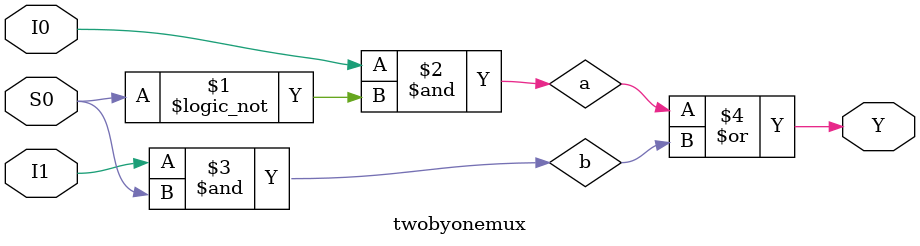
<source format=v>
`timescale 1ns / 1ps

module twobyonemux(I0, I1, S0, Y);
  input I0, I1, S0;
  output Y;
  wire a, b;
  
  and and1(a, I0, !S0);
  and and2(b, I1, S0);
  or or1(Y, a, b);
endmodule
</source>
